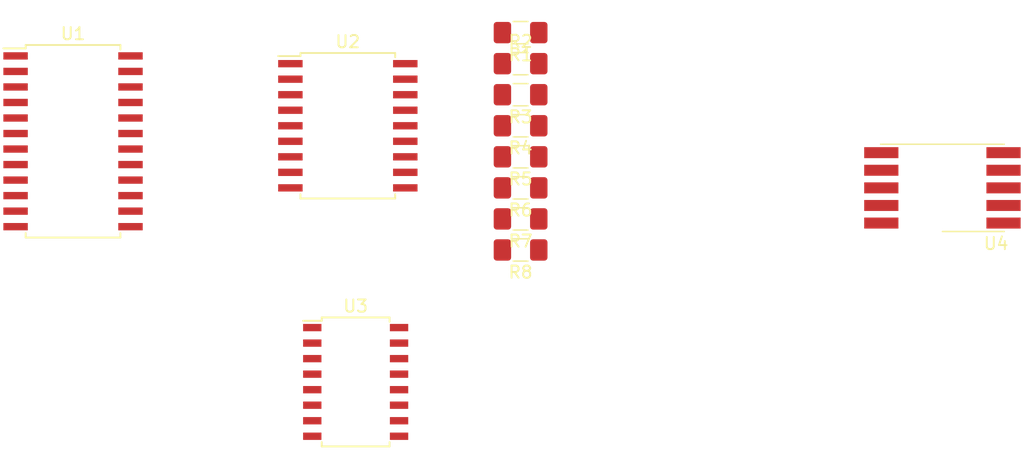
<source format=kicad_pcb>
(kicad_pcb (version 20171130) (host pcbnew 5.0.2)

  (general
    (thickness 1.6)
    (drawings 0)
    (tracks 0)
    (zones 0)
    (modules 12)
    (nets 54)
  )

  (page A4)
  (layers
    (0 F.Cu signal)
    (31 B.Cu signal)
    (32 B.Adhes user)
    (33 F.Adhes user)
    (34 B.Paste user)
    (35 F.Paste user)
    (36 B.SilkS user)
    (37 F.SilkS user)
    (38 B.Mask user)
    (39 F.Mask user)
    (40 Dwgs.User user)
    (41 Cmts.User user)
    (42 Eco1.User user)
    (43 Eco2.User user)
    (44 Edge.Cuts user)
    (45 Margin user)
    (46 B.CrtYd user)
    (47 F.CrtYd user)
    (48 B.Fab user)
    (49 F.Fab user)
  )

  (setup
    (last_trace_width 0.25)
    (trace_clearance 0.2)
    (zone_clearance 0.508)
    (zone_45_only no)
    (trace_min 0.2)
    (segment_width 0.2)
    (edge_width 0.15)
    (via_size 0.8)
    (via_drill 0.4)
    (via_min_size 0.4)
    (via_min_drill 0.3)
    (uvia_size 0.3)
    (uvia_drill 0.1)
    (uvias_allowed no)
    (uvia_min_size 0.2)
    (uvia_min_drill 0.1)
    (pcb_text_width 0.3)
    (pcb_text_size 1.5 1.5)
    (mod_edge_width 0.15)
    (mod_text_size 1 1)
    (mod_text_width 0.15)
    (pad_size 1.524 1.524)
    (pad_drill 0.762)
    (pad_to_mask_clearance 0.051)
    (solder_mask_min_width 0.25)
    (aux_axis_origin 0 0)
    (visible_elements FFFFFF7F)
    (pcbplotparams
      (layerselection 0x010fc_ffffffff)
      (usegerberextensions false)
      (usegerberattributes false)
      (usegerberadvancedattributes false)
      (creategerberjobfile false)
      (excludeedgelayer true)
      (linewidth 0.100000)
      (plotframeref false)
      (viasonmask false)
      (mode 1)
      (useauxorigin false)
      (hpglpennumber 1)
      (hpglpenspeed 20)
      (hpglpendiameter 15.000000)
      (psnegative false)
      (psa4output false)
      (plotreference true)
      (plotvalue true)
      (plotinvisibletext false)
      (padsonsilk false)
      (subtractmaskfromsilk false)
      (outputformat 1)
      (mirror false)
      (drillshape 1)
      (scaleselection 1)
      (outputdirectory ""))
  )

  (net 0 "")
  (net 1 "Net-(R1-Pad1)")
  (net 2 "Net-(R1-Pad2)")
  (net 3 "Net-(R2-Pad2)")
  (net 4 "Net-(R2-Pad1)")
  (net 5 "Net-(R3-Pad1)")
  (net 6 "Net-(R3-Pad2)")
  (net 7 "Net-(R4-Pad2)")
  (net 8 "Net-(R4-Pad1)")
  (net 9 "Net-(R5-Pad1)")
  (net 10 "Net-(R5-Pad2)")
  (net 11 "Net-(R6-Pad2)")
  (net 12 "Net-(R6-Pad1)")
  (net 13 "Net-(R7-Pad1)")
  (net 14 "Net-(R7-Pad2)")
  (net 15 "Net-(R8-Pad2)")
  (net 16 "Net-(R8-Pad1)")
  (net 17 "Net-(U1-Pad1)")
  (net 18 "Net-(U1-Pad2)")
  (net 19 "Net-(U1-Pad3)")
  (net 20 GND)
  (net 21 "Net-(U1-Pad5)")
  (net 22 "Net-(U1-Pad6)")
  (net 23 "Net-(U1-Pad7)")
  (net 24 "Net-(U1-Pad8)")
  (net 25 "Net-(U1-Pad10)")
  (net 26 "Net-(U1-Pad11)")
  (net 27 "Net-(U1-Pad12)")
  (net 28 "Net-(U1-Pad13)")
  (net 29 "Net-(U1-Pad14)")
  (net 30 "Net-(U1-Pad15)")
  (net 31 "Net-(U1-Pad16)")
  (net 32 "Net-(U1-Pad17)")
  (net 33 "Net-(U1-Pad18)")
  (net 34 +5V)
  (net 35 "Net-(U1-Pad20)")
  (net 36 "Net-(U1-Pad21)")
  (net 37 "Net-(U1-Pad22)")
  (net 38 "Net-(U1-Pad23)")
  (net 39 "Net-(U1-Pad24)")
  (net 40 +12V)
  (net 41 "Net-(U3-Pad2)")
  (net 42 "Net-(U3-Pad3)")
  (net 43 "Net-(U3-Pad4)")
  (net 44 "Net-(U3-Pad5)")
  (net 45 "Net-(U3-Pad6)")
  (net 46 "Net-(U3-Pad7)")
  (net 47 "Net-(U3-Pad10)")
  (net 48 "Net-(U3-Pad11)")
  (net 49 "Net-(U3-Pad12)")
  (net 50 "Net-(U3-Pad13)")
  (net 51 "Net-(U3-Pad14)")
  (net 52 "Net-(U3-Pad15)")
  (net 53 "Net-(U4-Pad3)")

  (net_class Default "This is the default net class."
    (clearance 0.2)
    (trace_width 0.25)
    (via_dia 0.8)
    (via_drill 0.4)
    (uvia_dia 0.3)
    (uvia_drill 0.1)
    (add_net +12V)
    (add_net +5V)
    (add_net GND)
    (add_net "Net-(R1-Pad1)")
    (add_net "Net-(R1-Pad2)")
    (add_net "Net-(R2-Pad1)")
    (add_net "Net-(R2-Pad2)")
    (add_net "Net-(R3-Pad1)")
    (add_net "Net-(R3-Pad2)")
    (add_net "Net-(R4-Pad1)")
    (add_net "Net-(R4-Pad2)")
    (add_net "Net-(R5-Pad1)")
    (add_net "Net-(R5-Pad2)")
    (add_net "Net-(R6-Pad1)")
    (add_net "Net-(R6-Pad2)")
    (add_net "Net-(R7-Pad1)")
    (add_net "Net-(R7-Pad2)")
    (add_net "Net-(R8-Pad1)")
    (add_net "Net-(R8-Pad2)")
    (add_net "Net-(U1-Pad1)")
    (add_net "Net-(U1-Pad10)")
    (add_net "Net-(U1-Pad11)")
    (add_net "Net-(U1-Pad12)")
    (add_net "Net-(U1-Pad13)")
    (add_net "Net-(U1-Pad14)")
    (add_net "Net-(U1-Pad15)")
    (add_net "Net-(U1-Pad16)")
    (add_net "Net-(U1-Pad17)")
    (add_net "Net-(U1-Pad18)")
    (add_net "Net-(U1-Pad2)")
    (add_net "Net-(U1-Pad20)")
    (add_net "Net-(U1-Pad21)")
    (add_net "Net-(U1-Pad22)")
    (add_net "Net-(U1-Pad23)")
    (add_net "Net-(U1-Pad24)")
    (add_net "Net-(U1-Pad3)")
    (add_net "Net-(U1-Pad5)")
    (add_net "Net-(U1-Pad6)")
    (add_net "Net-(U1-Pad7)")
    (add_net "Net-(U1-Pad8)")
    (add_net "Net-(U3-Pad10)")
    (add_net "Net-(U3-Pad11)")
    (add_net "Net-(U3-Pad12)")
    (add_net "Net-(U3-Pad13)")
    (add_net "Net-(U3-Pad14)")
    (add_net "Net-(U3-Pad15)")
    (add_net "Net-(U3-Pad2)")
    (add_net "Net-(U3-Pad3)")
    (add_net "Net-(U3-Pad4)")
    (add_net "Net-(U3-Pad5)")
    (add_net "Net-(U3-Pad6)")
    (add_net "Net-(U3-Pad7)")
    (add_net "Net-(U4-Pad3)")
  )

  (module Display_7Segment:KCSC02-105 (layer F.Cu) (tedit 5A02FE84) (tstamp 5C7C7913)
    (at 124.46 55.88 180)
    (descr "http://www.kingbright.com/attachments/file/psearch/000/00/00/KCSC02-105(Ver.9A).pdf")
    (tags "Single digit 7 segement hyper red LED")
    (path /5C7C6C1B)
    (attr smd)
    (fp_text reference U4 (at -4.39 -4.56 180) (layer F.SilkS)
      (effects (font (size 1 1) (thickness 0.15)))
    )
    (fp_text value KCSA02-105 (at -1.51 4.55 180) (layer F.Fab)
      (effects (font (size 1 1) (thickness 0.15)))
    )
    (fp_text user %R (at 0.61 0.01 180) (layer F.Fab)
      (effects (font (size 1 1) (thickness 0.15)))
    )
    (fp_line (start -6.65 -3.7) (end 6.65 -3.7) (layer F.CrtYd) (width 0.05))
    (fp_line (start 6.65 -3.7) (end 6.65 3.7) (layer F.CrtYd) (width 0.05))
    (fp_line (start 6.65 3.7) (end -6.65 3.7) (layer F.CrtYd) (width 0.05))
    (fp_line (start -6.65 -3.7) (end -6.65 3.7) (layer F.CrtYd) (width 0.05))
    (fp_line (start 5.06 3.57) (end -5.06 3.57) (layer F.SilkS) (width 0.12))
    (fp_line (start -5.06 -3.57) (end 0 -3.57) (layer F.SilkS) (width 0.12))
    (fp_line (start 5 3.45) (end -5 3.45) (layer F.Fab) (width 0.1))
    (fp_line (start -5 3.45) (end -5 -1.45) (layer F.Fab) (width 0.1))
    (fp_line (start -5 -1.45) (end -3 -3.45) (layer F.Fab) (width 0.1))
    (fp_line (start -3 -3.45) (end 5 -3.45) (layer F.Fab) (width 0.1))
    (fp_line (start 5 -3.45) (end 5 3.45) (layer F.Fab) (width 0.1))
    (pad 1 smd rect (at -5 -2.88 180) (size 2.8 0.9) (layers F.Cu F.Paste F.Mask)
      (net 9 "Net-(R5-Pad1)"))
    (pad 2 smd rect (at -5 -1.44 180) (size 2.8 0.9) (layers F.Cu F.Paste F.Mask)
      (net 8 "Net-(R4-Pad1)"))
    (pad 3 smd rect (at -5 0 180) (size 2.8 0.9) (layers F.Cu F.Paste F.Mask)
      (net 53 "Net-(U4-Pad3)"))
    (pad 4 smd rect (at -5 1.44 180) (size 2.8 0.9) (layers F.Cu F.Paste F.Mask)
      (net 5 "Net-(R3-Pad1)"))
    (pad 5 smd rect (at -5 2.88 180) (size 2.8 0.9) (layers F.Cu F.Paste F.Mask)
      (net 16 "Net-(R8-Pad1)"))
    (pad 6 smd rect (at 5 2.88 180) (size 2.8 0.9) (layers F.Cu F.Paste F.Mask)
      (net 4 "Net-(R2-Pad1)"))
    (pad 7 smd rect (at 5 1.44 180) (size 2.8 0.9) (layers F.Cu F.Paste F.Mask)
      (net 1 "Net-(R1-Pad1)"))
    (pad 8 smd rect (at 5 0 180) (size 2.8 0.9) (layers F.Cu F.Paste F.Mask)
      (net 53 "Net-(U4-Pad3)"))
    (pad 9 smd rect (at 5 -1.44 180) (size 2.8 0.9) (layers F.Cu F.Paste F.Mask)
      (net 12 "Net-(R6-Pad1)"))
    (pad 10 smd rect (at 5 -2.88 180) (size 2.8 0.9) (layers F.Cu F.Paste F.Mask)
      (net 13 "Net-(R7-Pad1)"))
    (model ${KISYS3DMOD}/Display_7Segment.3dshapes/KCSC02-105.wrl
      (at (xyz 0 0 0))
      (scale (xyz 1 1 1))
      (rotate (xyz 0 0 0))
    )
  )

  (module Package_SO:SOIC-16W_5.3x10.2mm_P1.27mm (layer F.Cu) (tedit 5A02F2D3) (tstamp 5C7C78F9)
    (at 76.46 71.755)
    (descr "16-Lead Plastic Small Outline (SO) - Wide, 5.3 mm Body (http://www.ti.com/lit/ml/msop002a/msop002a.pdf)")
    (tags "SOIC 1.27")
    (path /5C7C8D83)
    (attr smd)
    (fp_text reference U3 (at 0 -6.2) (layer F.SilkS)
      (effects (font (size 1 1) (thickness 0.15)))
    )
    (fp_text value SN75374D (at 0 6.2) (layer F.Fab)
      (effects (font (size 1 1) (thickness 0.15)))
    )
    (fp_text user %R (at 0 0) (layer F.Fab)
      (effects (font (size 1 1) (thickness 0.15)))
    )
    (fp_line (start -1.65 -5.1) (end 2.65 -5.1) (layer F.Fab) (width 0.15))
    (fp_line (start 2.65 -5.1) (end 2.65 5.1) (layer F.Fab) (width 0.15))
    (fp_line (start 2.65 5.1) (end -2.65 5.1) (layer F.Fab) (width 0.15))
    (fp_line (start -2.65 5.1) (end -2.65 -4.1) (layer F.Fab) (width 0.15))
    (fp_line (start -2.65 -4.1) (end -1.65 -5.1) (layer F.Fab) (width 0.15))
    (fp_line (start -4.55 -5.45) (end -4.55 5.45) (layer F.CrtYd) (width 0.05))
    (fp_line (start 4.55 -5.45) (end 4.55 5.45) (layer F.CrtYd) (width 0.05))
    (fp_line (start -4.55 -5.45) (end 4.55 -5.45) (layer F.CrtYd) (width 0.05))
    (fp_line (start -4.55 5.45) (end 4.55 5.45) (layer F.CrtYd) (width 0.05))
    (fp_line (start -2.775 -5.275) (end -2.775 -5) (layer F.SilkS) (width 0.15))
    (fp_line (start 2.775 -5.275) (end 2.775 -4.92) (layer F.SilkS) (width 0.15))
    (fp_line (start 2.775 5.275) (end 2.775 4.92) (layer F.SilkS) (width 0.15))
    (fp_line (start -2.775 5.275) (end -2.775 4.92) (layer F.SilkS) (width 0.15))
    (fp_line (start -2.775 -5.275) (end 2.775 -5.275) (layer F.SilkS) (width 0.15))
    (fp_line (start -2.775 5.275) (end 2.775 5.275) (layer F.SilkS) (width 0.15))
    (fp_line (start -2.775 -5) (end -4.3 -5) (layer F.SilkS) (width 0.15))
    (pad 1 smd rect (at -3.55 -4.445) (size 1.5 0.6) (layers F.Cu F.Paste F.Mask)
      (net 40 +12V))
    (pad 2 smd rect (at -3.55 -3.175) (size 1.5 0.6) (layers F.Cu F.Paste F.Mask)
      (net 41 "Net-(U3-Pad2)"))
    (pad 3 smd rect (at -3.55 -1.905) (size 1.5 0.6) (layers F.Cu F.Paste F.Mask)
      (net 42 "Net-(U3-Pad3)"))
    (pad 4 smd rect (at -3.55 -0.635) (size 1.5 0.6) (layers F.Cu F.Paste F.Mask)
      (net 43 "Net-(U3-Pad4)"))
    (pad 5 smd rect (at -3.55 0.635) (size 1.5 0.6) (layers F.Cu F.Paste F.Mask)
      (net 44 "Net-(U3-Pad5)"))
    (pad 6 smd rect (at -3.55 1.905) (size 1.5 0.6) (layers F.Cu F.Paste F.Mask)
      (net 45 "Net-(U3-Pad6)"))
    (pad 7 smd rect (at -3.55 3.175) (size 1.5 0.6) (layers F.Cu F.Paste F.Mask)
      (net 46 "Net-(U3-Pad7)"))
    (pad 8 smd rect (at -3.55 4.445) (size 1.5 0.6) (layers F.Cu F.Paste F.Mask)
      (net 20 GND))
    (pad 9 smd rect (at 3.55 4.445) (size 1.5 0.6) (layers F.Cu F.Paste F.Mask)
      (net 40 +12V))
    (pad 10 smd rect (at 3.55 3.175) (size 1.5 0.6) (layers F.Cu F.Paste F.Mask)
      (net 47 "Net-(U3-Pad10)"))
    (pad 11 smd rect (at 3.55 1.905) (size 1.5 0.6) (layers F.Cu F.Paste F.Mask)
      (net 48 "Net-(U3-Pad11)"))
    (pad 12 smd rect (at 3.55 0.635) (size 1.5 0.6) (layers F.Cu F.Paste F.Mask)
      (net 49 "Net-(U3-Pad12)"))
    (pad 13 smd rect (at 3.55 -0.635) (size 1.5 0.6) (layers F.Cu F.Paste F.Mask)
      (net 50 "Net-(U3-Pad13)"))
    (pad 14 smd rect (at 3.55 -1.905) (size 1.5 0.6) (layers F.Cu F.Paste F.Mask)
      (net 51 "Net-(U3-Pad14)"))
    (pad 15 smd rect (at 3.55 -3.175) (size 1.5 0.6) (layers F.Cu F.Paste F.Mask)
      (net 52 "Net-(U3-Pad15)"))
    (pad 16 smd rect (at 3.55 -4.445) (size 1.5 0.6) (layers F.Cu F.Paste F.Mask)
      (net 34 +5V))
    (model ${KISYS3DMOD}/Package_SO.3dshapes/SOIC-16W_5.3x10.2mm_P1.27mm.wrl
      (at (xyz 0 0 0))
      (scale (xyz 1 1 1))
      (rotate (xyz 0 0 0))
    )
  )

  (module Package_SO:SOIC-18W_7.5x11.6mm_P1.27mm (layer F.Cu) (tedit 5A02F2D3) (tstamp 5C7C78D4)
    (at 75.82 50.8)
    (descr "18-Lead Plastic Small Outline (SO) - Wide, 7.50 mm Body [SOIC] (see Microchip Packaging Specification 00000049BS.pdf)")
    (tags "SOIC 1.27")
    (path /5C78A3F1)
    (attr smd)
    (fp_text reference U2 (at 0 -6.875) (layer F.SilkS)
      (effects (font (size 1 1) (thickness 0.15)))
    )
    (fp_text value TBD62783A-NPN (at 0 6.875) (layer F.Fab)
      (effects (font (size 1 1) (thickness 0.15)))
    )
    (fp_text user %R (at 0 0) (layer F.Fab)
      (effects (font (size 1 1) (thickness 0.15)))
    )
    (fp_line (start -2.75 -5.8) (end 3.75 -5.8) (layer F.Fab) (width 0.15))
    (fp_line (start 3.75 -5.8) (end 3.75 5.8) (layer F.Fab) (width 0.15))
    (fp_line (start 3.75 5.8) (end -3.75 5.8) (layer F.Fab) (width 0.15))
    (fp_line (start -3.75 5.8) (end -3.75 -4.8) (layer F.Fab) (width 0.15))
    (fp_line (start -3.75 -4.8) (end -2.75 -5.8) (layer F.Fab) (width 0.15))
    (fp_line (start -5.95 -6.15) (end -5.95 6.15) (layer F.CrtYd) (width 0.05))
    (fp_line (start 5.95 -6.15) (end 5.95 6.15) (layer F.CrtYd) (width 0.05))
    (fp_line (start -5.95 -6.15) (end 5.95 -6.15) (layer F.CrtYd) (width 0.05))
    (fp_line (start -5.95 6.15) (end 5.95 6.15) (layer F.CrtYd) (width 0.05))
    (fp_line (start -3.875 -5.95) (end -3.875 -5.7) (layer F.SilkS) (width 0.15))
    (fp_line (start 3.875 -5.95) (end 3.875 -5.605) (layer F.SilkS) (width 0.15))
    (fp_line (start 3.875 5.95) (end 3.875 5.605) (layer F.SilkS) (width 0.15))
    (fp_line (start -3.875 5.95) (end -3.875 5.605) (layer F.SilkS) (width 0.15))
    (fp_line (start -3.875 -5.95) (end 3.875 -5.95) (layer F.SilkS) (width 0.15))
    (fp_line (start -3.875 5.95) (end 3.875 5.95) (layer F.SilkS) (width 0.15))
    (fp_line (start -3.875 -5.7) (end -5.7 -5.7) (layer F.SilkS) (width 0.15))
    (pad 1 smd rect (at -4.7 -5.08) (size 2 0.6) (layers F.Cu F.Paste F.Mask)
      (net 29 "Net-(U1-Pad14)"))
    (pad 2 smd rect (at -4.7 -3.81) (size 2 0.6) (layers F.Cu F.Paste F.Mask)
      (net 31 "Net-(U1-Pad16)"))
    (pad 3 smd rect (at -4.7 -2.54) (size 2 0.6) (layers F.Cu F.Paste F.Mask)
      (net 35 "Net-(U1-Pad20)"))
    (pad 4 smd rect (at -4.7 -1.27) (size 2 0.6) (layers F.Cu F.Paste F.Mask)
      (net 38 "Net-(U1-Pad23)"))
    (pad 5 smd rect (at -4.7 0) (size 2 0.6) (layers F.Cu F.Paste F.Mask)
      (net 36 "Net-(U1-Pad21)"))
    (pad 6 smd rect (at -4.7 1.27) (size 2 0.6) (layers F.Cu F.Paste F.Mask)
      (net 30 "Net-(U1-Pad15)"))
    (pad 7 smd rect (at -4.7 2.54) (size 2 0.6) (layers F.Cu F.Paste F.Mask)
      (net 32 "Net-(U1-Pad17)"))
    (pad 8 smd rect (at -4.7 3.81) (size 2 0.6) (layers F.Cu F.Paste F.Mask)
      (net 37 "Net-(U1-Pad22)"))
    (pad 9 smd rect (at -4.7 5.08) (size 2 0.6) (layers F.Cu F.Paste F.Mask)
      (net 40 +12V))
    (pad 10 smd rect (at 4.7 5.08) (size 2 0.6) (layers F.Cu F.Paste F.Mask)
      (net 20 GND))
    (pad 11 smd rect (at 4.7 3.81) (size 2 0.6) (layers F.Cu F.Paste F.Mask)
      (net 15 "Net-(R8-Pad2)"))
    (pad 12 smd rect (at 4.7 2.54) (size 2 0.6) (layers F.Cu F.Paste F.Mask)
      (net 14 "Net-(R7-Pad2)"))
    (pad 13 smd rect (at 4.7 1.27) (size 2 0.6) (layers F.Cu F.Paste F.Mask)
      (net 11 "Net-(R6-Pad2)"))
    (pad 14 smd rect (at 4.7 0) (size 2 0.6) (layers F.Cu F.Paste F.Mask)
      (net 10 "Net-(R5-Pad2)"))
    (pad 15 smd rect (at 4.7 -1.27) (size 2 0.6) (layers F.Cu F.Paste F.Mask)
      (net 7 "Net-(R4-Pad2)"))
    (pad 16 smd rect (at 4.7 -2.54) (size 2 0.6) (layers F.Cu F.Paste F.Mask)
      (net 6 "Net-(R3-Pad2)"))
    (pad 17 smd rect (at 4.7 -3.81) (size 2 0.6) (layers F.Cu F.Paste F.Mask)
      (net 3 "Net-(R2-Pad2)"))
    (pad 18 smd rect (at 4.7 -5.08) (size 2 0.6) (layers F.Cu F.Paste F.Mask)
      (net 2 "Net-(R1-Pad2)"))
    (model ${KISYS3DMOD}/Package_SO.3dshapes/SOIC-18W_7.5x11.6mm_P1.27mm.wrl
      (at (xyz 0 0 0))
      (scale (xyz 1 1 1))
      (rotate (xyz 0 0 0))
    )
  )

  (module Package_SO:SOIC-24W_7.5x15.4mm_P1.27mm (layer F.Cu) (tedit 5A02F2D3) (tstamp 5C7C78AD)
    (at 53.34 52.07)
    (descr "24-Lead Plastic Small Outline (SO) - Wide, 7.50 mm Body [SOIC] (see Microchip Packaging Specification 00000049BS.pdf)")
    (tags "SOIC 1.27")
    (path /5C78A76D)
    (attr smd)
    (fp_text reference U1 (at 0 -8.8) (layer F.SilkS)
      (effects (font (size 1 1) (thickness 0.15)))
    )
    (fp_text value MAX7219 (at 0 8.8) (layer F.Fab)
      (effects (font (size 1 1) (thickness 0.15)))
    )
    (fp_text user %R (at 0 0) (layer F.Fab)
      (effects (font (size 1 1) (thickness 0.15)))
    )
    (fp_line (start -2.75 -7.7) (end 3.75 -7.7) (layer F.Fab) (width 0.15))
    (fp_line (start 3.75 -7.7) (end 3.75 7.7) (layer F.Fab) (width 0.15))
    (fp_line (start 3.75 7.7) (end -3.75 7.7) (layer F.Fab) (width 0.15))
    (fp_line (start -3.75 7.7) (end -3.75 -6.7) (layer F.Fab) (width 0.15))
    (fp_line (start -3.75 -6.7) (end -2.75 -7.7) (layer F.Fab) (width 0.15))
    (fp_line (start -5.95 -8.05) (end -5.95 8.05) (layer F.CrtYd) (width 0.05))
    (fp_line (start 5.95 -8.05) (end 5.95 8.05) (layer F.CrtYd) (width 0.05))
    (fp_line (start -5.95 -8.05) (end 5.95 -8.05) (layer F.CrtYd) (width 0.05))
    (fp_line (start -5.95 8.05) (end 5.95 8.05) (layer F.CrtYd) (width 0.05))
    (fp_line (start -3.875 -7.875) (end -3.875 -7.6) (layer F.SilkS) (width 0.15))
    (fp_line (start 3.875 -7.875) (end 3.875 -7.51) (layer F.SilkS) (width 0.15))
    (fp_line (start 3.875 7.875) (end 3.875 7.51) (layer F.SilkS) (width 0.15))
    (fp_line (start -3.875 7.875) (end -3.875 7.51) (layer F.SilkS) (width 0.15))
    (fp_line (start -3.875 -7.875) (end 3.875 -7.875) (layer F.SilkS) (width 0.15))
    (fp_line (start -3.875 7.875) (end 3.875 7.875) (layer F.SilkS) (width 0.15))
    (fp_line (start -3.875 -7.6) (end -5.7 -7.6) (layer F.SilkS) (width 0.15))
    (pad 1 smd rect (at -4.7 -6.985) (size 2 0.6) (layers F.Cu F.Paste F.Mask)
      (net 17 "Net-(U1-Pad1)"))
    (pad 2 smd rect (at -4.7 -5.715) (size 2 0.6) (layers F.Cu F.Paste F.Mask)
      (net 18 "Net-(U1-Pad2)"))
    (pad 3 smd rect (at -4.7 -4.445) (size 2 0.6) (layers F.Cu F.Paste F.Mask)
      (net 19 "Net-(U1-Pad3)"))
    (pad 4 smd rect (at -4.7 -3.175) (size 2 0.6) (layers F.Cu F.Paste F.Mask)
      (net 20 GND))
    (pad 5 smd rect (at -4.7 -1.905) (size 2 0.6) (layers F.Cu F.Paste F.Mask)
      (net 21 "Net-(U1-Pad5)"))
    (pad 6 smd rect (at -4.7 -0.635) (size 2 0.6) (layers F.Cu F.Paste F.Mask)
      (net 22 "Net-(U1-Pad6)"))
    (pad 7 smd rect (at -4.7 0.635) (size 2 0.6) (layers F.Cu F.Paste F.Mask)
      (net 23 "Net-(U1-Pad7)"))
    (pad 8 smd rect (at -4.7 1.905) (size 2 0.6) (layers F.Cu F.Paste F.Mask)
      (net 24 "Net-(U1-Pad8)"))
    (pad 9 smd rect (at -4.7 3.175) (size 2 0.6) (layers F.Cu F.Paste F.Mask)
      (net 20 GND))
    (pad 10 smd rect (at -4.7 4.445) (size 2 0.6) (layers F.Cu F.Paste F.Mask)
      (net 25 "Net-(U1-Pad10)"))
    (pad 11 smd rect (at -4.7 5.715) (size 2 0.6) (layers F.Cu F.Paste F.Mask)
      (net 26 "Net-(U1-Pad11)"))
    (pad 12 smd rect (at -4.7 6.985) (size 2 0.6) (layers F.Cu F.Paste F.Mask)
      (net 27 "Net-(U1-Pad12)"))
    (pad 13 smd rect (at 4.7 6.985) (size 2 0.6) (layers F.Cu F.Paste F.Mask)
      (net 28 "Net-(U1-Pad13)"))
    (pad 14 smd rect (at 4.7 5.715) (size 2 0.6) (layers F.Cu F.Paste F.Mask)
      (net 29 "Net-(U1-Pad14)"))
    (pad 15 smd rect (at 4.7 4.445) (size 2 0.6) (layers F.Cu F.Paste F.Mask)
      (net 30 "Net-(U1-Pad15)"))
    (pad 16 smd rect (at 4.7 3.175) (size 2 0.6) (layers F.Cu F.Paste F.Mask)
      (net 31 "Net-(U1-Pad16)"))
    (pad 17 smd rect (at 4.7 1.905) (size 2 0.6) (layers F.Cu F.Paste F.Mask)
      (net 32 "Net-(U1-Pad17)"))
    (pad 18 smd rect (at 4.7 0.635) (size 2 0.6) (layers F.Cu F.Paste F.Mask)
      (net 33 "Net-(U1-Pad18)"))
    (pad 19 smd rect (at 4.7 -0.635) (size 2 0.6) (layers F.Cu F.Paste F.Mask)
      (net 34 +5V))
    (pad 20 smd rect (at 4.7 -1.905) (size 2 0.6) (layers F.Cu F.Paste F.Mask)
      (net 35 "Net-(U1-Pad20)"))
    (pad 21 smd rect (at 4.7 -3.175) (size 2 0.6) (layers F.Cu F.Paste F.Mask)
      (net 36 "Net-(U1-Pad21)"))
    (pad 22 smd rect (at 4.7 -4.445) (size 2 0.6) (layers F.Cu F.Paste F.Mask)
      (net 37 "Net-(U1-Pad22)"))
    (pad 23 smd rect (at 4.7 -5.715) (size 2 0.6) (layers F.Cu F.Paste F.Mask)
      (net 38 "Net-(U1-Pad23)"))
    (pad 24 smd rect (at 4.7 -6.985) (size 2 0.6) (layers F.Cu F.Paste F.Mask)
      (net 39 "Net-(U1-Pad24)"))
    (model ${KISYS3DMOD}/Package_SO.3dshapes/SOIC-24W_7.5x15.4mm_P1.27mm.wrl
      (at (xyz 0 0 0))
      (scale (xyz 1 1 1))
      (rotate (xyz 0 0 0))
    )
  )

  (module Resistor_SMD:R_1206_3216Metric_Pad1.42x1.75mm_HandSolder (layer F.Cu) (tedit 5B301BBD) (tstamp 5C7C7880)
    (at 89.9525 60.96 180)
    (descr "Resistor SMD 1206 (3216 Metric), square (rectangular) end terminal, IPC_7351 nominal with elongated pad for handsoldering. (Body size source: http://www.tortai-tech.com/upload/download/2011102023233369053.pdf), generated with kicad-footprint-generator")
    (tags "resistor handsolder")
    (path /5C79F998)
    (attr smd)
    (fp_text reference R8 (at 0 -1.82 180) (layer F.SilkS)
      (effects (font (size 1 1) (thickness 0.15)))
    )
    (fp_text value R (at 0 1.82 180) (layer F.Fab)
      (effects (font (size 1 1) (thickness 0.15)))
    )
    (fp_text user %R (at 0 0 180) (layer F.Fab)
      (effects (font (size 0.8 0.8) (thickness 0.12)))
    )
    (fp_line (start 2.45 1.12) (end -2.45 1.12) (layer F.CrtYd) (width 0.05))
    (fp_line (start 2.45 -1.12) (end 2.45 1.12) (layer F.CrtYd) (width 0.05))
    (fp_line (start -2.45 -1.12) (end 2.45 -1.12) (layer F.CrtYd) (width 0.05))
    (fp_line (start -2.45 1.12) (end -2.45 -1.12) (layer F.CrtYd) (width 0.05))
    (fp_line (start -0.602064 0.91) (end 0.602064 0.91) (layer F.SilkS) (width 0.12))
    (fp_line (start -0.602064 -0.91) (end 0.602064 -0.91) (layer F.SilkS) (width 0.12))
    (fp_line (start 1.6 0.8) (end -1.6 0.8) (layer F.Fab) (width 0.1))
    (fp_line (start 1.6 -0.8) (end 1.6 0.8) (layer F.Fab) (width 0.1))
    (fp_line (start -1.6 -0.8) (end 1.6 -0.8) (layer F.Fab) (width 0.1))
    (fp_line (start -1.6 0.8) (end -1.6 -0.8) (layer F.Fab) (width 0.1))
    (pad 2 smd roundrect (at 1.4875 0 180) (size 1.425 1.75) (layers F.Cu F.Paste F.Mask) (roundrect_rratio 0.175439)
      (net 15 "Net-(R8-Pad2)"))
    (pad 1 smd roundrect (at -1.4875 0 180) (size 1.425 1.75) (layers F.Cu F.Paste F.Mask) (roundrect_rratio 0.175439)
      (net 16 "Net-(R8-Pad1)"))
    (model ${KISYS3DMOD}/Resistor_SMD.3dshapes/R_1206_3216Metric.wrl
      (at (xyz 0 0 0))
      (scale (xyz 1 1 1))
      (rotate (xyz 0 0 0))
    )
  )

  (module Resistor_SMD:R_1206_3216Metric_Pad1.42x1.75mm_HandSolder (layer F.Cu) (tedit 5B301BBD) (tstamp 5C7C786F)
    (at 89.9525 58.42 180)
    (descr "Resistor SMD 1206 (3216 Metric), square (rectangular) end terminal, IPC_7351 nominal with elongated pad for handsoldering. (Body size source: http://www.tortai-tech.com/upload/download/2011102023233369053.pdf), generated with kicad-footprint-generator")
    (tags "resistor handsolder")
    (path /5C79F970)
    (attr smd)
    (fp_text reference R7 (at 0 -1.82 180) (layer F.SilkS)
      (effects (font (size 1 1) (thickness 0.15)))
    )
    (fp_text value R (at 0 1.82 180) (layer F.Fab)
      (effects (font (size 1 1) (thickness 0.15)))
    )
    (fp_line (start -1.6 0.8) (end -1.6 -0.8) (layer F.Fab) (width 0.1))
    (fp_line (start -1.6 -0.8) (end 1.6 -0.8) (layer F.Fab) (width 0.1))
    (fp_line (start 1.6 -0.8) (end 1.6 0.8) (layer F.Fab) (width 0.1))
    (fp_line (start 1.6 0.8) (end -1.6 0.8) (layer F.Fab) (width 0.1))
    (fp_line (start -0.602064 -0.91) (end 0.602064 -0.91) (layer F.SilkS) (width 0.12))
    (fp_line (start -0.602064 0.91) (end 0.602064 0.91) (layer F.SilkS) (width 0.12))
    (fp_line (start -2.45 1.12) (end -2.45 -1.12) (layer F.CrtYd) (width 0.05))
    (fp_line (start -2.45 -1.12) (end 2.45 -1.12) (layer F.CrtYd) (width 0.05))
    (fp_line (start 2.45 -1.12) (end 2.45 1.12) (layer F.CrtYd) (width 0.05))
    (fp_line (start 2.45 1.12) (end -2.45 1.12) (layer F.CrtYd) (width 0.05))
    (fp_text user %R (at 0 0 180) (layer F.Fab)
      (effects (font (size 0.8 0.8) (thickness 0.12)))
    )
    (pad 1 smd roundrect (at -1.4875 0 180) (size 1.425 1.75) (layers F.Cu F.Paste F.Mask) (roundrect_rratio 0.175439)
      (net 13 "Net-(R7-Pad1)"))
    (pad 2 smd roundrect (at 1.4875 0 180) (size 1.425 1.75) (layers F.Cu F.Paste F.Mask) (roundrect_rratio 0.175439)
      (net 14 "Net-(R7-Pad2)"))
    (model ${KISYS3DMOD}/Resistor_SMD.3dshapes/R_1206_3216Metric.wrl
      (at (xyz 0 0 0))
      (scale (xyz 1 1 1))
      (rotate (xyz 0 0 0))
    )
  )

  (module Resistor_SMD:R_1206_3216Metric_Pad1.42x1.75mm_HandSolder (layer F.Cu) (tedit 5B301BBD) (tstamp 5C7C785E)
    (at 89.9525 55.88 180)
    (descr "Resistor SMD 1206 (3216 Metric), square (rectangular) end terminal, IPC_7351 nominal with elongated pad for handsoldering. (Body size source: http://www.tortai-tech.com/upload/download/2011102023233369053.pdf), generated with kicad-footprint-generator")
    (tags "resistor handsolder")
    (path /5C79F94A)
    (attr smd)
    (fp_text reference R6 (at 0 -1.82 180) (layer F.SilkS)
      (effects (font (size 1 1) (thickness 0.15)))
    )
    (fp_text value R (at 0 1.82 180) (layer F.Fab)
      (effects (font (size 1 1) (thickness 0.15)))
    )
    (fp_text user %R (at 0 0 180) (layer F.Fab)
      (effects (font (size 0.8 0.8) (thickness 0.12)))
    )
    (fp_line (start 2.45 1.12) (end -2.45 1.12) (layer F.CrtYd) (width 0.05))
    (fp_line (start 2.45 -1.12) (end 2.45 1.12) (layer F.CrtYd) (width 0.05))
    (fp_line (start -2.45 -1.12) (end 2.45 -1.12) (layer F.CrtYd) (width 0.05))
    (fp_line (start -2.45 1.12) (end -2.45 -1.12) (layer F.CrtYd) (width 0.05))
    (fp_line (start -0.602064 0.91) (end 0.602064 0.91) (layer F.SilkS) (width 0.12))
    (fp_line (start -0.602064 -0.91) (end 0.602064 -0.91) (layer F.SilkS) (width 0.12))
    (fp_line (start 1.6 0.8) (end -1.6 0.8) (layer F.Fab) (width 0.1))
    (fp_line (start 1.6 -0.8) (end 1.6 0.8) (layer F.Fab) (width 0.1))
    (fp_line (start -1.6 -0.8) (end 1.6 -0.8) (layer F.Fab) (width 0.1))
    (fp_line (start -1.6 0.8) (end -1.6 -0.8) (layer F.Fab) (width 0.1))
    (pad 2 smd roundrect (at 1.4875 0 180) (size 1.425 1.75) (layers F.Cu F.Paste F.Mask) (roundrect_rratio 0.175439)
      (net 11 "Net-(R6-Pad2)"))
    (pad 1 smd roundrect (at -1.4875 0 180) (size 1.425 1.75) (layers F.Cu F.Paste F.Mask) (roundrect_rratio 0.175439)
      (net 12 "Net-(R6-Pad1)"))
    (model ${KISYS3DMOD}/Resistor_SMD.3dshapes/R_1206_3216Metric.wrl
      (at (xyz 0 0 0))
      (scale (xyz 1 1 1))
      (rotate (xyz 0 0 0))
    )
  )

  (module Resistor_SMD:R_1206_3216Metric_Pad1.42x1.75mm_HandSolder (layer F.Cu) (tedit 5B301BBD) (tstamp 5C7C784D)
    (at 89.9525 53.34 180)
    (descr "Resistor SMD 1206 (3216 Metric), square (rectangular) end terminal, IPC_7351 nominal with elongated pad for handsoldering. (Body size source: http://www.tortai-tech.com/upload/download/2011102023233369053.pdf), generated with kicad-footprint-generator")
    (tags "resistor handsolder")
    (path /5C79F8F0)
    (attr smd)
    (fp_text reference R5 (at 0 -1.82 180) (layer F.SilkS)
      (effects (font (size 1 1) (thickness 0.15)))
    )
    (fp_text value R (at 0 1.82 180) (layer F.Fab)
      (effects (font (size 1 1) (thickness 0.15)))
    )
    (fp_line (start -1.6 0.8) (end -1.6 -0.8) (layer F.Fab) (width 0.1))
    (fp_line (start -1.6 -0.8) (end 1.6 -0.8) (layer F.Fab) (width 0.1))
    (fp_line (start 1.6 -0.8) (end 1.6 0.8) (layer F.Fab) (width 0.1))
    (fp_line (start 1.6 0.8) (end -1.6 0.8) (layer F.Fab) (width 0.1))
    (fp_line (start -0.602064 -0.91) (end 0.602064 -0.91) (layer F.SilkS) (width 0.12))
    (fp_line (start -0.602064 0.91) (end 0.602064 0.91) (layer F.SilkS) (width 0.12))
    (fp_line (start -2.45 1.12) (end -2.45 -1.12) (layer F.CrtYd) (width 0.05))
    (fp_line (start -2.45 -1.12) (end 2.45 -1.12) (layer F.CrtYd) (width 0.05))
    (fp_line (start 2.45 -1.12) (end 2.45 1.12) (layer F.CrtYd) (width 0.05))
    (fp_line (start 2.45 1.12) (end -2.45 1.12) (layer F.CrtYd) (width 0.05))
    (fp_text user %R (at 0 0 180) (layer F.Fab)
      (effects (font (size 0.8 0.8) (thickness 0.12)))
    )
    (pad 1 smd roundrect (at -1.4875 0 180) (size 1.425 1.75) (layers F.Cu F.Paste F.Mask) (roundrect_rratio 0.175439)
      (net 9 "Net-(R5-Pad1)"))
    (pad 2 smd roundrect (at 1.4875 0 180) (size 1.425 1.75) (layers F.Cu F.Paste F.Mask) (roundrect_rratio 0.175439)
      (net 10 "Net-(R5-Pad2)"))
    (model ${KISYS3DMOD}/Resistor_SMD.3dshapes/R_1206_3216Metric.wrl
      (at (xyz 0 0 0))
      (scale (xyz 1 1 1))
      (rotate (xyz 0 0 0))
    )
  )

  (module Resistor_SMD:R_1206_3216Metric_Pad1.42x1.75mm_HandSolder (layer F.Cu) (tedit 5B301BBD) (tstamp 5C7C783C)
    (at 89.9525 50.8 180)
    (descr "Resistor SMD 1206 (3216 Metric), square (rectangular) end terminal, IPC_7351 nominal with elongated pad for handsoldering. (Body size source: http://www.tortai-tech.com/upload/download/2011102023233369053.pdf), generated with kicad-footprint-generator")
    (tags "resistor handsolder")
    (path /5C79F8C8)
    (attr smd)
    (fp_text reference R4 (at 0 -1.82 180) (layer F.SilkS)
      (effects (font (size 1 1) (thickness 0.15)))
    )
    (fp_text value R (at 0 1.82 180) (layer F.Fab)
      (effects (font (size 1 1) (thickness 0.15)))
    )
    (fp_text user %R (at 0 0 180) (layer F.Fab)
      (effects (font (size 0.8 0.8) (thickness 0.12)))
    )
    (fp_line (start 2.45 1.12) (end -2.45 1.12) (layer F.CrtYd) (width 0.05))
    (fp_line (start 2.45 -1.12) (end 2.45 1.12) (layer F.CrtYd) (width 0.05))
    (fp_line (start -2.45 -1.12) (end 2.45 -1.12) (layer F.CrtYd) (width 0.05))
    (fp_line (start -2.45 1.12) (end -2.45 -1.12) (layer F.CrtYd) (width 0.05))
    (fp_line (start -0.602064 0.91) (end 0.602064 0.91) (layer F.SilkS) (width 0.12))
    (fp_line (start -0.602064 -0.91) (end 0.602064 -0.91) (layer F.SilkS) (width 0.12))
    (fp_line (start 1.6 0.8) (end -1.6 0.8) (layer F.Fab) (width 0.1))
    (fp_line (start 1.6 -0.8) (end 1.6 0.8) (layer F.Fab) (width 0.1))
    (fp_line (start -1.6 -0.8) (end 1.6 -0.8) (layer F.Fab) (width 0.1))
    (fp_line (start -1.6 0.8) (end -1.6 -0.8) (layer F.Fab) (width 0.1))
    (pad 2 smd roundrect (at 1.4875 0 180) (size 1.425 1.75) (layers F.Cu F.Paste F.Mask) (roundrect_rratio 0.175439)
      (net 7 "Net-(R4-Pad2)"))
    (pad 1 smd roundrect (at -1.4875 0 180) (size 1.425 1.75) (layers F.Cu F.Paste F.Mask) (roundrect_rratio 0.175439)
      (net 8 "Net-(R4-Pad1)"))
    (model ${KISYS3DMOD}/Resistor_SMD.3dshapes/R_1206_3216Metric.wrl
      (at (xyz 0 0 0))
      (scale (xyz 1 1 1))
      (rotate (xyz 0 0 0))
    )
  )

  (module Resistor_SMD:R_1206_3216Metric_Pad1.42x1.75mm_HandSolder (layer F.Cu) (tedit 5B301BBD) (tstamp 5C7C782B)
    (at 89.9525 48.26 180)
    (descr "Resistor SMD 1206 (3216 Metric), square (rectangular) end terminal, IPC_7351 nominal with elongated pad for handsoldering. (Body size source: http://www.tortai-tech.com/upload/download/2011102023233369053.pdf), generated with kicad-footprint-generator")
    (tags "resistor handsolder")
    (path /5C79F8A8)
    (attr smd)
    (fp_text reference R3 (at 0 -1.82 180) (layer F.SilkS)
      (effects (font (size 1 1) (thickness 0.15)))
    )
    (fp_text value R (at 0 1.82 180) (layer F.Fab)
      (effects (font (size 1 1) (thickness 0.15)))
    )
    (fp_line (start -1.6 0.8) (end -1.6 -0.8) (layer F.Fab) (width 0.1))
    (fp_line (start -1.6 -0.8) (end 1.6 -0.8) (layer F.Fab) (width 0.1))
    (fp_line (start 1.6 -0.8) (end 1.6 0.8) (layer F.Fab) (width 0.1))
    (fp_line (start 1.6 0.8) (end -1.6 0.8) (layer F.Fab) (width 0.1))
    (fp_line (start -0.602064 -0.91) (end 0.602064 -0.91) (layer F.SilkS) (width 0.12))
    (fp_line (start -0.602064 0.91) (end 0.602064 0.91) (layer F.SilkS) (width 0.12))
    (fp_line (start -2.45 1.12) (end -2.45 -1.12) (layer F.CrtYd) (width 0.05))
    (fp_line (start -2.45 -1.12) (end 2.45 -1.12) (layer F.CrtYd) (width 0.05))
    (fp_line (start 2.45 -1.12) (end 2.45 1.12) (layer F.CrtYd) (width 0.05))
    (fp_line (start 2.45 1.12) (end -2.45 1.12) (layer F.CrtYd) (width 0.05))
    (fp_text user %R (at 0 0 180) (layer F.Fab)
      (effects (font (size 0.8 0.8) (thickness 0.12)))
    )
    (pad 1 smd roundrect (at -1.4875 0 180) (size 1.425 1.75) (layers F.Cu F.Paste F.Mask) (roundrect_rratio 0.175439)
      (net 5 "Net-(R3-Pad1)"))
    (pad 2 smd roundrect (at 1.4875 0 180) (size 1.425 1.75) (layers F.Cu F.Paste F.Mask) (roundrect_rratio 0.175439)
      (net 6 "Net-(R3-Pad2)"))
    (model ${KISYS3DMOD}/Resistor_SMD.3dshapes/R_1206_3216Metric.wrl
      (at (xyz 0 0 0))
      (scale (xyz 1 1 1))
      (rotate (xyz 0 0 0))
    )
  )

  (module Resistor_SMD:R_1206_3216Metric_Pad1.42x1.75mm_HandSolder (layer F.Cu) (tedit 5B301BBD) (tstamp 5C7C781A)
    (at 89.9525 45.72)
    (descr "Resistor SMD 1206 (3216 Metric), square (rectangular) end terminal, IPC_7351 nominal with elongated pad for handsoldering. (Body size source: http://www.tortai-tech.com/upload/download/2011102023233369053.pdf), generated with kicad-footprint-generator")
    (tags "resistor handsolder")
    (path /5C79F85E)
    (attr smd)
    (fp_text reference R2 (at 0 -1.82) (layer F.SilkS)
      (effects (font (size 1 1) (thickness 0.15)))
    )
    (fp_text value R (at 0 1.82) (layer F.Fab)
      (effects (font (size 1 1) (thickness 0.15)))
    )
    (fp_text user %R (at 0 0) (layer F.Fab)
      (effects (font (size 0.8 0.8) (thickness 0.12)))
    )
    (fp_line (start 2.45 1.12) (end -2.45 1.12) (layer F.CrtYd) (width 0.05))
    (fp_line (start 2.45 -1.12) (end 2.45 1.12) (layer F.CrtYd) (width 0.05))
    (fp_line (start -2.45 -1.12) (end 2.45 -1.12) (layer F.CrtYd) (width 0.05))
    (fp_line (start -2.45 1.12) (end -2.45 -1.12) (layer F.CrtYd) (width 0.05))
    (fp_line (start -0.602064 0.91) (end 0.602064 0.91) (layer F.SilkS) (width 0.12))
    (fp_line (start -0.602064 -0.91) (end 0.602064 -0.91) (layer F.SilkS) (width 0.12))
    (fp_line (start 1.6 0.8) (end -1.6 0.8) (layer F.Fab) (width 0.1))
    (fp_line (start 1.6 -0.8) (end 1.6 0.8) (layer F.Fab) (width 0.1))
    (fp_line (start -1.6 -0.8) (end 1.6 -0.8) (layer F.Fab) (width 0.1))
    (fp_line (start -1.6 0.8) (end -1.6 -0.8) (layer F.Fab) (width 0.1))
    (pad 2 smd roundrect (at 1.4875 0) (size 1.425 1.75) (layers F.Cu F.Paste F.Mask) (roundrect_rratio 0.175439)
      (net 3 "Net-(R2-Pad2)"))
    (pad 1 smd roundrect (at -1.4875 0) (size 1.425 1.75) (layers F.Cu F.Paste F.Mask) (roundrect_rratio 0.175439)
      (net 4 "Net-(R2-Pad1)"))
    (model ${KISYS3DMOD}/Resistor_SMD.3dshapes/R_1206_3216Metric.wrl
      (at (xyz 0 0 0))
      (scale (xyz 1 1 1))
      (rotate (xyz 0 0 0))
    )
  )

  (module Resistor_SMD:R_1206_3216Metric_Pad1.42x1.75mm_HandSolder (layer F.Cu) (tedit 5B301BBD) (tstamp 5C7C7809)
    (at 89.9525 43.18 180)
    (descr "Resistor SMD 1206 (3216 Metric), square (rectangular) end terminal, IPC_7351 nominal with elongated pad for handsoldering. (Body size source: http://www.tortai-tech.com/upload/download/2011102023233369053.pdf), generated with kicad-footprint-generator")
    (tags "resistor handsolder")
    (path /5C79F81F)
    (attr smd)
    (fp_text reference R1 (at 0 -1.82 180) (layer F.SilkS)
      (effects (font (size 1 1) (thickness 0.15)))
    )
    (fp_text value R (at 0 1.82 180) (layer F.Fab)
      (effects (font (size 1 1) (thickness 0.15)))
    )
    (fp_line (start -1.6 0.8) (end -1.6 -0.8) (layer F.Fab) (width 0.1))
    (fp_line (start -1.6 -0.8) (end 1.6 -0.8) (layer F.Fab) (width 0.1))
    (fp_line (start 1.6 -0.8) (end 1.6 0.8) (layer F.Fab) (width 0.1))
    (fp_line (start 1.6 0.8) (end -1.6 0.8) (layer F.Fab) (width 0.1))
    (fp_line (start -0.602064 -0.91) (end 0.602064 -0.91) (layer F.SilkS) (width 0.12))
    (fp_line (start -0.602064 0.91) (end 0.602064 0.91) (layer F.SilkS) (width 0.12))
    (fp_line (start -2.45 1.12) (end -2.45 -1.12) (layer F.CrtYd) (width 0.05))
    (fp_line (start -2.45 -1.12) (end 2.45 -1.12) (layer F.CrtYd) (width 0.05))
    (fp_line (start 2.45 -1.12) (end 2.45 1.12) (layer F.CrtYd) (width 0.05))
    (fp_line (start 2.45 1.12) (end -2.45 1.12) (layer F.CrtYd) (width 0.05))
    (fp_text user %R (at 0 0 180) (layer F.Fab)
      (effects (font (size 0.8 0.8) (thickness 0.12)))
    )
    (pad 1 smd roundrect (at -1.4875 0 180) (size 1.425 1.75) (layers F.Cu F.Paste F.Mask) (roundrect_rratio 0.175439)
      (net 1 "Net-(R1-Pad1)"))
    (pad 2 smd roundrect (at 1.4875 0 180) (size 1.425 1.75) (layers F.Cu F.Paste F.Mask) (roundrect_rratio 0.175439)
      (net 2 "Net-(R1-Pad2)"))
    (model ${KISYS3DMOD}/Resistor_SMD.3dshapes/R_1206_3216Metric.wrl
      (at (xyz 0 0 0))
      (scale (xyz 1 1 1))
      (rotate (xyz 0 0 0))
    )
  )

)

</source>
